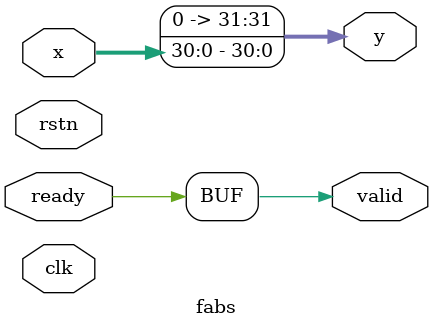
<source format=sv>
module fabs (
    input wire [31:0] x,
    output wire [31:0] y,
    input wire ready,
    output wire valid,
    input wire clk,
    input wire rstn );

    assign valid = ready;
    assign y = {1'b0, x[30:0]};

endmodule

</source>
